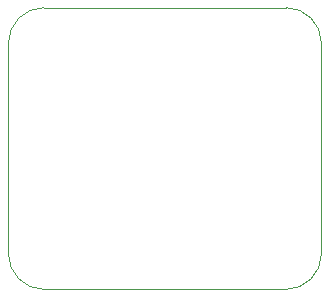
<source format=gbr>
%TF.GenerationSoftware,KiCad,Pcbnew,9.0.2*%
%TF.CreationDate,2025-06-11T13:19:55-07:00*%
%TF.ProjectId,IMU_Breakout,494d555f-4272-4656-916b-6f75742e6b69,0.1*%
%TF.SameCoordinates,Original*%
%TF.FileFunction,Profile,NP*%
%FSLAX46Y46*%
G04 Gerber Fmt 4.6, Leading zero omitted, Abs format (unit mm)*
G04 Created by KiCad (PCBNEW 9.0.2) date 2025-06-11 13:19:55*
%MOMM*%
%LPD*%
G01*
G04 APERTURE LIST*
%TA.AperFunction,Profile*%
%ADD10C,0.100000*%
%TD*%
G04 APERTURE END LIST*
D10*
X220125000Y-112450000D02*
X240625000Y-112450000D01*
X243625000Y-133300000D02*
G75*
G02*
X240625000Y-136300000I-3000000J0D01*
G01*
X220125000Y-136300000D02*
G75*
G02*
X217125000Y-133300000I0J3000000D01*
G01*
X243625000Y-115450000D02*
X243625000Y-133300000D01*
X217125000Y-115450000D02*
G75*
G02*
X220125000Y-112450000I3000000J0D01*
G01*
X240625000Y-136300000D02*
X220125000Y-136300000D01*
X217125000Y-133300000D02*
X217125000Y-115450000D01*
X240625000Y-112450000D02*
G75*
G02*
X243625000Y-115450000I0J-3000000D01*
G01*
M02*

</source>
